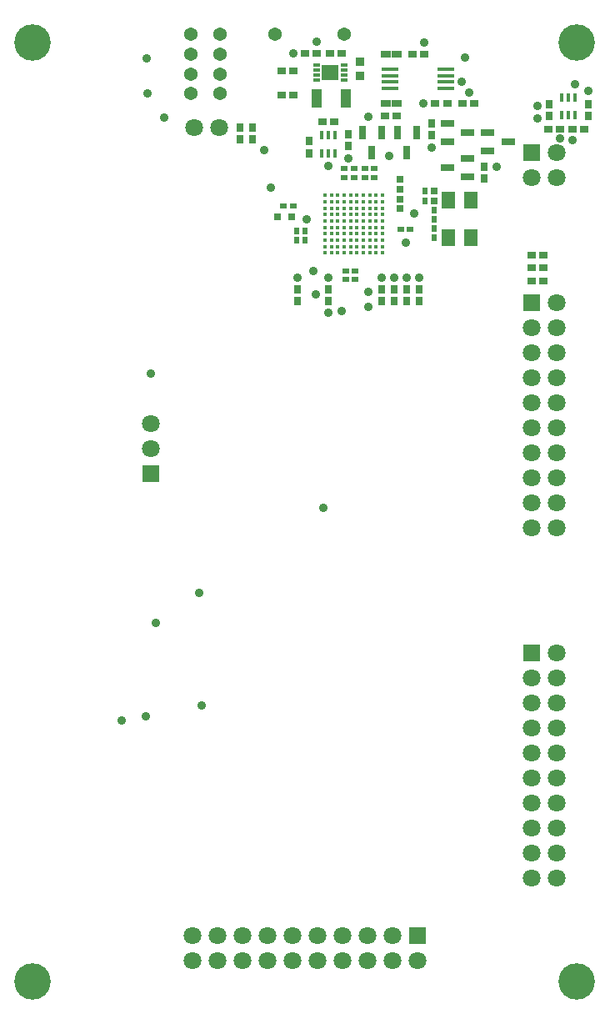
<source format=gbs>
%FSLAX43Y43*%
%MOMM*%
G71*
G01*
G75*
G04 Layer_Color=16711935*
%ADD10R,1.000X0.950*%
%ADD11R,2.300X1.900*%
%ADD12R,0.400X1.400*%
%ADD13R,1.775X1.900*%
%ADD14R,0.610X2.032*%
%ADD15O,0.610X2.032*%
%ADD16R,1.000X2.250*%
%ADD17R,1.600X1.000*%
%ADD18R,2.500X3.000*%
%ADD19O,1.650X0.300*%
%ADD20O,0.300X1.650*%
%ADD21R,1.200X1.200*%
%ADD22R,1.100X0.600*%
%ADD23R,1.100X1.000*%
%ADD24R,0.700X0.700*%
%ADD25R,0.600X0.550*%
%ADD26R,0.650X0.800*%
%ADD27R,0.650X0.500*%
%ADD28R,0.762X0.762*%
%ADD29R,0.600X0.900*%
%ADD30R,0.550X0.600*%
%ADD31R,0.500X0.650*%
%ADD32R,0.700X0.700*%
%ADD33R,0.900X0.600*%
%ADD34R,1.200X1.200*%
%ADD35C,0.175*%
%ADD36C,0.180*%
%ADD37C,0.200*%
%ADD38C,0.125*%
%ADD39C,0.250*%
%ADD40C,0.400*%
%ADD41C,0.300*%
%ADD42R,0.900X0.300*%
%ADD43R,1.700X1.700*%
%ADD44C,1.700*%
%ADD45R,1.700X1.700*%
%ADD46C,3.600*%
%ADD47C,0.550*%
%ADD48C,0.400*%
%ADD49C,0.500*%
%ADD50C,1.600*%
G04:AMPARAMS|DCode=51|XSize=2.524mm|YSize=2.524mm|CornerRadius=0mm|HoleSize=0mm|Usage=FLASHONLY|Rotation=0.000|XOffset=0mm|YOffset=0mm|HoleType=Round|Shape=Relief|Width=0.254mm|Gap=0.254mm|Entries=4|*
%AMTHD51*
7,0,0,2.524,2.016,0.254,45*
%
%ADD51THD51*%
%ADD52C,0.850*%
%ADD53C,0.800*%
%ADD54C,0.350*%
%ADD55C,3.300*%
%ADD56C,1.270*%
%ADD57R,1.300X1.600*%
%ADD58R,0.600X0.250*%
%ADD59R,1.600X1.500*%
%ADD60C,0.280*%
%ADD61R,1.700X0.350*%
%ADD62R,0.600X1.300*%
%ADD63R,0.350X0.850*%
%ADD64R,0.950X1.750*%
%ADD65R,0.800X0.650*%
%ADD66R,1.300X0.600*%
%ADD67C,0.800*%
%ADD68C,0.150*%
%ADD69C,0.102*%
%ADD70C,0.254*%
%ADD71C,0.600*%
%ADD72C,0.100*%
%ADD73R,2.100X2.100*%
%ADD74R,2.100X2.100*%
%ADD75R,1.700X1.700*%
%ADD76R,0.900X0.510*%
%ADD77R,1.100X1.050*%
%ADD78R,2.400X2.000*%
%ADD79R,0.500X1.500*%
%ADD80R,1.875X2.000*%
%ADD81R,0.710X2.132*%
%ADD82O,0.710X2.132*%
%ADD83R,1.100X2.350*%
%ADD84R,1.700X1.100*%
%ADD85R,2.600X3.100*%
%ADD86O,1.750X0.400*%
%ADD87O,0.400X1.750*%
%ADD88R,1.300X1.300*%
%ADD89R,1.200X0.700*%
%ADD90R,1.200X1.100*%
%ADD91R,0.800X0.800*%
%ADD92R,0.700X0.650*%
%ADD93R,0.750X0.900*%
%ADD94R,0.750X0.600*%
%ADD95R,0.862X0.862*%
%ADD96R,0.700X1.000*%
%ADD97R,0.650X0.700*%
%ADD98R,0.600X0.750*%
%ADD99R,0.800X0.800*%
%ADD100R,1.000X0.700*%
%ADD101R,1.300X1.300*%
%ADD102R,1.800X1.800*%
%ADD103C,1.800*%
%ADD104R,1.800X1.800*%
%ADD105C,3.700*%
%ADD106C,1.370*%
%ADD107R,1.400X1.700*%
%ADD108R,0.700X0.350*%
%ADD109R,1.700X1.600*%
%ADD110C,0.380*%
%ADD111R,1.800X0.450*%
%ADD112R,0.700X1.400*%
%ADD113R,0.450X0.950*%
%ADD114R,1.050X1.850*%
%ADD115R,0.900X0.750*%
%ADD116R,1.400X0.700*%
%ADD117C,0.900*%
D91*
X-32775Y-20000D02*
D03*
X-31375D02*
D03*
D93*
X-5200Y-8600D02*
D03*
Y-9800D02*
D03*
X-1200Y-9800D02*
D03*
Y-8600D02*
D03*
X-11800Y-16100D02*
D03*
Y-14900D02*
D03*
X-17100Y-11700D02*
D03*
Y-10500D02*
D03*
X-27575Y-27375D02*
D03*
Y-28575D02*
D03*
X-22175Y-27400D02*
D03*
Y-28600D02*
D03*
X-20900Y-27400D02*
D03*
Y-28600D02*
D03*
X-19625Y-27400D02*
D03*
Y-28600D02*
D03*
X-18350Y-27400D02*
D03*
Y-28600D02*
D03*
X-30775Y-28575D02*
D03*
Y-27375D02*
D03*
X-36600Y-10950D02*
D03*
Y-12150D02*
D03*
X-35325Y-12150D02*
D03*
Y-10950D02*
D03*
X-25600Y-11625D02*
D03*
Y-12825D02*
D03*
X-29600Y-12350D02*
D03*
Y-13550D02*
D03*
D94*
X-31200Y-18900D02*
D03*
X-32150D02*
D03*
X-25025Y-15100D02*
D03*
X-25975D02*
D03*
X-25025Y-16000D02*
D03*
X-25975D02*
D03*
X-23875Y-15100D02*
D03*
X-22925D02*
D03*
X-23875Y-16000D02*
D03*
X-22925D02*
D03*
X-20275Y-21300D02*
D03*
X-19325D02*
D03*
X-25850Y-25500D02*
D03*
X-24900D02*
D03*
X-25850Y-26400D02*
D03*
X-24900D02*
D03*
D95*
X-24425Y-5699D02*
D03*
Y-4301D02*
D03*
D97*
X-20300Y-16200D02*
D03*
Y-17200D02*
D03*
Y-19200D02*
D03*
Y-18200D02*
D03*
X-16900Y-17400D02*
D03*
Y-18400D02*
D03*
D98*
Y-22175D02*
D03*
Y-21225D02*
D03*
Y-19325D02*
D03*
Y-20275D02*
D03*
X-17800Y-17425D02*
D03*
Y-18375D02*
D03*
X-30000Y-21425D02*
D03*
Y-22375D02*
D03*
X-30875Y-21425D02*
D03*
Y-22375D02*
D03*
D100*
X-20700Y-3500D02*
D03*
X-21800D02*
D03*
X-20700Y-8500D02*
D03*
X-21800D02*
D03*
D102*
X-45675Y-46090D02*
D03*
X-6970Y-13490D02*
D03*
Y-28730D02*
D03*
Y-64290D02*
D03*
D103*
X-45675Y-43550D02*
D03*
Y-41010D02*
D03*
X-4430Y-13490D02*
D03*
Y-16030D02*
D03*
X-6970D02*
D03*
X-4430Y-38890D02*
D03*
Y-28730D02*
D03*
Y-31270D02*
D03*
X-6970D02*
D03*
X-4430Y-33810D02*
D03*
X-6970D02*
D03*
X-4430Y-36350D02*
D03*
X-6970D02*
D03*
Y-38890D02*
D03*
Y-51590D02*
D03*
Y-49050D02*
D03*
X-4430D02*
D03*
X-6970Y-46510D02*
D03*
X-4430D02*
D03*
X-6970Y-43970D02*
D03*
X-4430D02*
D03*
Y-41430D02*
D03*
X-6970D02*
D03*
X-4430Y-51590D02*
D03*
X-41270Y-10950D02*
D03*
X-38730D02*
D03*
X-4430Y-74450D02*
D03*
Y-64290D02*
D03*
Y-66830D02*
D03*
X-6970D02*
D03*
X-4430Y-69370D02*
D03*
X-6970D02*
D03*
X-4430Y-71910D02*
D03*
X-6970D02*
D03*
Y-74450D02*
D03*
Y-87150D02*
D03*
Y-84610D02*
D03*
X-4430D02*
D03*
X-6970Y-82070D02*
D03*
X-4430D02*
D03*
X-6970Y-79530D02*
D03*
X-4430D02*
D03*
Y-76990D02*
D03*
X-6970D02*
D03*
X-4430Y-87150D02*
D03*
X-41430Y-95570D02*
D03*
X-31270Y-93030D02*
D03*
Y-95570D02*
D03*
X-33810D02*
D03*
Y-93030D02*
D03*
X-36350Y-95570D02*
D03*
Y-93030D02*
D03*
X-38890Y-95570D02*
D03*
Y-93030D02*
D03*
X-41430D02*
D03*
X-28730D02*
D03*
X-26190D02*
D03*
Y-95570D02*
D03*
X-23650Y-93030D02*
D03*
Y-95570D02*
D03*
X-21110Y-93030D02*
D03*
Y-95570D02*
D03*
X-18570D02*
D03*
X-28730D02*
D03*
D104*
X-18570Y-93030D02*
D03*
D105*
X-57650Y-97650D02*
D03*
X-2350D02*
D03*
X-57650Y-2350D02*
D03*
X-2350D02*
D03*
D106*
X-26000Y-1500D02*
D03*
X-33000D02*
D03*
X-38600Y-7500D02*
D03*
Y-3500D02*
D03*
X-41600Y-7500D02*
D03*
X-38600Y-5500D02*
D03*
X-41600D02*
D03*
Y-3500D02*
D03*
X-38600Y-1500D02*
D03*
X-41600D02*
D03*
D107*
X-15400Y-22150D02*
D03*
Y-18350D02*
D03*
X-13100D02*
D03*
Y-22150D02*
D03*
D108*
X-28825Y-4650D02*
D03*
Y-5150D02*
D03*
Y-6150D02*
D03*
Y-5650D02*
D03*
X-26025D02*
D03*
Y-6150D02*
D03*
Y-5150D02*
D03*
Y-4650D02*
D03*
D109*
X-27425Y-5400D02*
D03*
D110*
X-22100Y-23700D02*
D03*
Y-23050D02*
D03*
Y-22400D02*
D03*
Y-21750D02*
D03*
Y-20450D02*
D03*
Y-19800D02*
D03*
Y-19150D02*
D03*
Y-21100D02*
D03*
X-22750D02*
D03*
X-23400D02*
D03*
X-24050D02*
D03*
X-24700D02*
D03*
X-25350D02*
D03*
X-26000D02*
D03*
X-26650D02*
D03*
X-27300D02*
D03*
X-27950D02*
D03*
X-22750Y-23700D02*
D03*
X-23400D02*
D03*
X-24050D02*
D03*
X-24700D02*
D03*
X-25350D02*
D03*
X-26000D02*
D03*
X-26650D02*
D03*
X-27300D02*
D03*
X-27950D02*
D03*
X-22750Y-23050D02*
D03*
X-23400D02*
D03*
X-24050D02*
D03*
X-24700D02*
D03*
X-25350D02*
D03*
X-26000D02*
D03*
X-26650D02*
D03*
X-27300D02*
D03*
X-27950D02*
D03*
X-22750Y-22400D02*
D03*
X-23400D02*
D03*
X-24050D02*
D03*
X-24700D02*
D03*
X-25350D02*
D03*
X-26000D02*
D03*
X-26650D02*
D03*
X-27300D02*
D03*
X-27950D02*
D03*
X-22750Y-21750D02*
D03*
X-23400D02*
D03*
X-24050D02*
D03*
X-24700D02*
D03*
X-25350D02*
D03*
X-26000D02*
D03*
X-26650D02*
D03*
X-27300D02*
D03*
X-27950D02*
D03*
X-22750Y-20450D02*
D03*
X-23400D02*
D03*
X-24050D02*
D03*
X-24700D02*
D03*
X-25350D02*
D03*
X-26000D02*
D03*
X-26650D02*
D03*
X-27300D02*
D03*
X-27950D02*
D03*
X-22750Y-19800D02*
D03*
X-23400D02*
D03*
X-24050D02*
D03*
X-24700D02*
D03*
X-25350D02*
D03*
X-26000D02*
D03*
X-26650D02*
D03*
X-27300D02*
D03*
X-27950D02*
D03*
X-22750Y-19150D02*
D03*
X-23400D02*
D03*
X-24050D02*
D03*
X-24700D02*
D03*
X-25350D02*
D03*
X-26000D02*
D03*
X-26650D02*
D03*
X-27300D02*
D03*
X-27950D02*
D03*
X-22100Y-18500D02*
D03*
X-22750D02*
D03*
X-23400D02*
D03*
X-24050D02*
D03*
X-24700D02*
D03*
X-25350D02*
D03*
X-26000D02*
D03*
X-26650D02*
D03*
X-27300D02*
D03*
X-27950D02*
D03*
X-22100Y-17850D02*
D03*
X-22750D02*
D03*
X-23400D02*
D03*
X-24050D02*
D03*
X-24700D02*
D03*
X-25350D02*
D03*
X-26000D02*
D03*
X-26650D02*
D03*
X-27300D02*
D03*
X-27950D02*
D03*
D111*
X-21350Y-6975D02*
D03*
Y-6325D02*
D03*
Y-5675D02*
D03*
Y-5025D02*
D03*
X-15650Y-6975D02*
D03*
Y-6325D02*
D03*
Y-5675D02*
D03*
Y-5025D02*
D03*
D112*
X-24125Y-11425D02*
D03*
X-22225D02*
D03*
X-23175Y-13525D02*
D03*
X-20575Y-11425D02*
D03*
X-18675D02*
D03*
X-19625Y-13525D02*
D03*
D113*
X-26975Y-13550D02*
D03*
X-27625D02*
D03*
X-28275D02*
D03*
Y-11700D02*
D03*
X-27625D02*
D03*
X-26975D02*
D03*
X-3875Y-9725D02*
D03*
X-3225D02*
D03*
X-2575D02*
D03*
Y-7875D02*
D03*
X-3225D02*
D03*
X-3875D02*
D03*
D114*
X-25875Y-7975D02*
D03*
X-28825D02*
D03*
D115*
X-20675Y-9775D02*
D03*
X-21875D02*
D03*
X-17900Y-3500D02*
D03*
X-19100D02*
D03*
X-15550Y-8500D02*
D03*
X-16750D02*
D03*
X-32390Y-7665D02*
D03*
X-31190D02*
D03*
X-1600Y-11100D02*
D03*
X-2800D02*
D03*
X-4100D02*
D03*
X-5300D02*
D03*
X-7000Y-26500D02*
D03*
X-5800D02*
D03*
X-7000Y-25200D02*
D03*
X-5800D02*
D03*
X-7000Y-23900D02*
D03*
X-5800D02*
D03*
X-31190Y-5165D02*
D03*
X-32390D02*
D03*
X-14000Y-8500D02*
D03*
X-12800D02*
D03*
X-27475Y-3400D02*
D03*
X-26275D02*
D03*
X-30000D02*
D03*
X-28800D02*
D03*
X-27025Y-10375D02*
D03*
X-28225D02*
D03*
D116*
X-15550Y-15000D02*
D03*
X-13450Y-15950D02*
D03*
Y-14050D02*
D03*
Y-11450D02*
D03*
X-15550Y-10500D02*
D03*
Y-12400D02*
D03*
X-9350Y-12400D02*
D03*
X-11450Y-11450D02*
D03*
Y-13350D02*
D03*
D117*
X-17100Y-12950D02*
D03*
X-17900Y-2300D02*
D03*
X-17950Y-8500D02*
D03*
X-14075Y-6325D02*
D03*
X-31200Y-3425D02*
D03*
X-28800Y-2275D02*
D03*
X-2575Y-6550D02*
D03*
X-4100Y-12025D02*
D03*
X-10475Y-14900D02*
D03*
X-25575Y-14100D02*
D03*
X-18900Y-19650D02*
D03*
X-27625Y-14825D02*
D03*
X-23575Y-9875D02*
D03*
X-21400Y-13825D02*
D03*
X-23546Y-29159D02*
D03*
X-44300Y-9950D02*
D03*
X-34150Y-13225D02*
D03*
X-19775Y-22625D02*
D03*
X-26300Y-29550D02*
D03*
X-27575Y-29750D02*
D03*
X-33425Y-17025D02*
D03*
X-29100Y-25525D02*
D03*
X-40725Y-58225D02*
D03*
X-13350Y-7400D02*
D03*
X-29850Y-20250D02*
D03*
X-13725Y-3875D02*
D03*
X-2800Y-12250D02*
D03*
X-6350Y-10050D02*
D03*
Y-8750D02*
D03*
X-1200Y-7250D02*
D03*
X-22175Y-26200D02*
D03*
X-20900Y-26200D02*
D03*
X-19625D02*
D03*
X-27575Y-26175D02*
D03*
X-30775Y-26175D02*
D03*
X-18350Y-26200D02*
D03*
X-23550Y-27625D02*
D03*
X-46101Y-3962D02*
D03*
X-28150Y-49600D02*
D03*
X-28900Y-27900D02*
D03*
X-45675Y-35900D02*
D03*
X-46025Y-7475D02*
D03*
X-40525Y-69625D02*
D03*
X-48600Y-71150D02*
D03*
X-45175Y-61250D02*
D03*
X-46150Y-70725D02*
D03*
M02*

</source>
